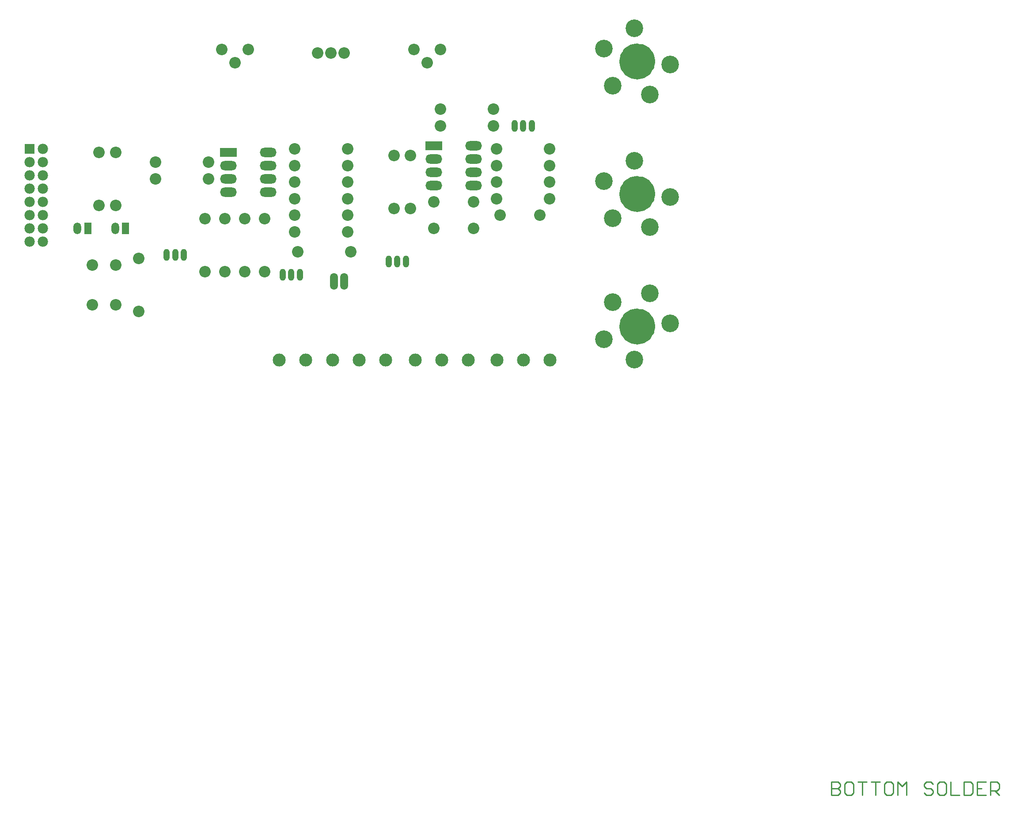
<source format=gbs>
G04*
G04 #@! TF.GenerationSoftware,Altium Limited,Altium Designer,20.0.2 (26)*
G04*
G04 Layer_Color=16711935*
%FSLAX43Y43*%
%MOMM*%
G71*
G01*
G75*
%ADD11C,0.254*%
%ADD15C,3.429*%
%ADD16C,2.489*%
%ADD17C,3.378*%
%ADD18C,6.553*%
%ADD19C,2.203*%
%ADD20R,3.203X1.803*%
%ADD21O,3.203X1.803*%
%ADD22O,1.503X3.203*%
%ADD23O,1.200X2.286*%
%ADD24R,1.473X2.235*%
%ADD25O,1.473X2.235*%
%ADD26R,1.981X1.981*%
%ADD27C,1.981*%
D11*
X157480Y-77471D02*
Y-80010D01*
X158750D01*
X159173Y-79587D01*
Y-79164D01*
X158750Y-78740D01*
X157480D01*
X158750D01*
X159173Y-78317D01*
Y-77894D01*
X158750Y-77471D01*
X157480D01*
X161289D02*
X160442D01*
X160019Y-77894D01*
Y-79587D01*
X160442Y-80010D01*
X161289D01*
X161712Y-79587D01*
Y-77894D01*
X161289Y-77471D01*
X162558D02*
X164251D01*
X163405D01*
Y-80010D01*
X165098Y-77471D02*
X166790D01*
X165944D01*
Y-80010D01*
X168906Y-77471D02*
X168060D01*
X167637Y-77894D01*
Y-79587D01*
X168060Y-80010D01*
X168906D01*
X169329Y-79587D01*
Y-77894D01*
X168906Y-77471D01*
X170176Y-80010D02*
Y-77471D01*
X171022Y-78317D01*
X171869Y-77471D01*
Y-80010D01*
X176947Y-77894D02*
X176524Y-77471D01*
X175677D01*
X175254Y-77894D01*
Y-78317D01*
X175677Y-78740D01*
X176524D01*
X176947Y-79164D01*
Y-79587D01*
X176524Y-80010D01*
X175677D01*
X175254Y-79587D01*
X179063Y-77471D02*
X178217D01*
X177793Y-77894D01*
Y-79587D01*
X178217Y-80010D01*
X179063D01*
X179486Y-79587D01*
Y-77894D01*
X179063Y-77471D01*
X180333D02*
Y-80010D01*
X182025D01*
X182872Y-77471D02*
Y-80010D01*
X184141D01*
X184565Y-79587D01*
Y-77894D01*
X184141Y-77471D01*
X182872D01*
X187104D02*
X185411D01*
Y-80010D01*
X187104D01*
X185411Y-78740D02*
X186257D01*
X187950Y-80010D02*
Y-77471D01*
X189220D01*
X189643Y-77894D01*
Y-78740D01*
X189220Y-79164D01*
X187950D01*
X188797D02*
X189643Y-80010D01*
D15*
X121988Y35185D02*
G03*
X121988Y35185I-1714J0D01*
G01*
Y60585D02*
G03*
X121988Y60585I-1714J0D01*
G01*
Y9785D02*
G03*
X121988Y9785I-1714J0D01*
G01*
D16*
X51614Y3378D02*
D03*
X56694D02*
D03*
X61859D02*
D03*
X66939D02*
D03*
X72019D02*
D03*
X77734D02*
D03*
X82814D02*
D03*
X87894D02*
D03*
X93406D02*
D03*
X98486D02*
D03*
X103566D02*
D03*
D17*
X113924Y37624D02*
D03*
X115605Y30517D02*
D03*
X122712Y28835D02*
D03*
X126624Y34627D02*
D03*
X119715Y41535D02*
D03*
X113924Y63024D02*
D03*
X115605Y55917D02*
D03*
X122712Y54235D02*
D03*
X126624Y60027D02*
D03*
X119715Y66935D02*
D03*
X122712Y16135D02*
D03*
X115605Y14454D02*
D03*
X113924Y7347D02*
D03*
X119715Y3435D02*
D03*
X126624Y10344D02*
D03*
D18*
X120274Y35185D02*
D03*
Y60585D02*
D03*
X120274Y9785D02*
D03*
D19*
X81280Y28575D02*
D03*
X88900D02*
D03*
X77470Y62865D02*
D03*
X80010Y60325D02*
D03*
X82550Y62865D02*
D03*
X40640D02*
D03*
X43180Y60325D02*
D03*
X45720Y62865D02*
D03*
X64770Y37465D02*
D03*
X54610D02*
D03*
X73660Y42545D02*
D03*
Y32385D02*
D03*
X55245Y24130D02*
D03*
X65405D02*
D03*
X64770Y40640D02*
D03*
X54610D02*
D03*
X45085Y20320D02*
D03*
Y30480D02*
D03*
X48895Y20320D02*
D03*
Y30480D02*
D03*
X64770Y27940D02*
D03*
X54610D02*
D03*
X64770Y31115D02*
D03*
X54610D02*
D03*
X64770Y34290D02*
D03*
X54610D02*
D03*
Y43815D02*
D03*
X64770D02*
D03*
X93345D02*
D03*
X103505D02*
D03*
X93345Y40640D02*
D03*
X103505D02*
D03*
Y37465D02*
D03*
X93345D02*
D03*
X88900Y33655D02*
D03*
X81280D02*
D03*
X93345Y34290D02*
D03*
X103505D02*
D03*
X76835Y32385D02*
D03*
Y42545D02*
D03*
X93980Y31115D02*
D03*
X101600D02*
D03*
X38100Y41275D02*
D03*
X27940D02*
D03*
Y38100D02*
D03*
X38100D02*
D03*
X41275Y20320D02*
D03*
Y30480D02*
D03*
X24765Y12700D02*
D03*
Y22860D02*
D03*
X20320Y21590D02*
D03*
Y13970D02*
D03*
X37465Y30480D02*
D03*
Y20320D02*
D03*
X15875Y21590D02*
D03*
Y13970D02*
D03*
X82550Y51435D02*
D03*
X92710D02*
D03*
Y48260D02*
D03*
X82550D02*
D03*
X20320Y33020D02*
D03*
Y43180D02*
D03*
X17145Y33020D02*
D03*
Y43180D02*
D03*
X59055Y62230D02*
D03*
X61595D02*
D03*
X64135D02*
D03*
D20*
X41910Y43180D02*
D03*
X81280Y44450D02*
D03*
D21*
X41910Y40640D02*
D03*
Y38100D02*
D03*
Y35560D02*
D03*
X49530D02*
D03*
Y38100D02*
D03*
Y40640D02*
D03*
Y43180D02*
D03*
X81280Y41910D02*
D03*
Y39370D02*
D03*
Y36830D02*
D03*
X88900D02*
D03*
Y39370D02*
D03*
Y41910D02*
D03*
Y44450D02*
D03*
D22*
X64135Y18415D02*
D03*
X62135D02*
D03*
D23*
X30099Y23495D02*
D03*
X31750D02*
D03*
X33401D02*
D03*
X75946Y22225D02*
D03*
X74295D02*
D03*
X72644D02*
D03*
X55603Y19690D02*
D03*
X53952D02*
D03*
X52301D02*
D03*
X100076Y48260D02*
D03*
X98425D02*
D03*
X96774D02*
D03*
D24*
X14969Y28576D02*
D03*
X22225Y28575D02*
D03*
D25*
X12969Y28576D02*
D03*
X20225Y28575D02*
D03*
D26*
X3810Y43815D02*
D03*
D27*
X6350D02*
D03*
X3810Y41275D02*
D03*
X6350D02*
D03*
X3810Y38735D02*
D03*
X6350D02*
D03*
X3810Y36195D02*
D03*
X6350D02*
D03*
X3810Y33655D02*
D03*
X6350D02*
D03*
X3810Y31115D02*
D03*
X6350D02*
D03*
X3810Y28575D02*
D03*
X6350D02*
D03*
X3810Y26035D02*
D03*
X6350D02*
D03*
M02*

</source>
